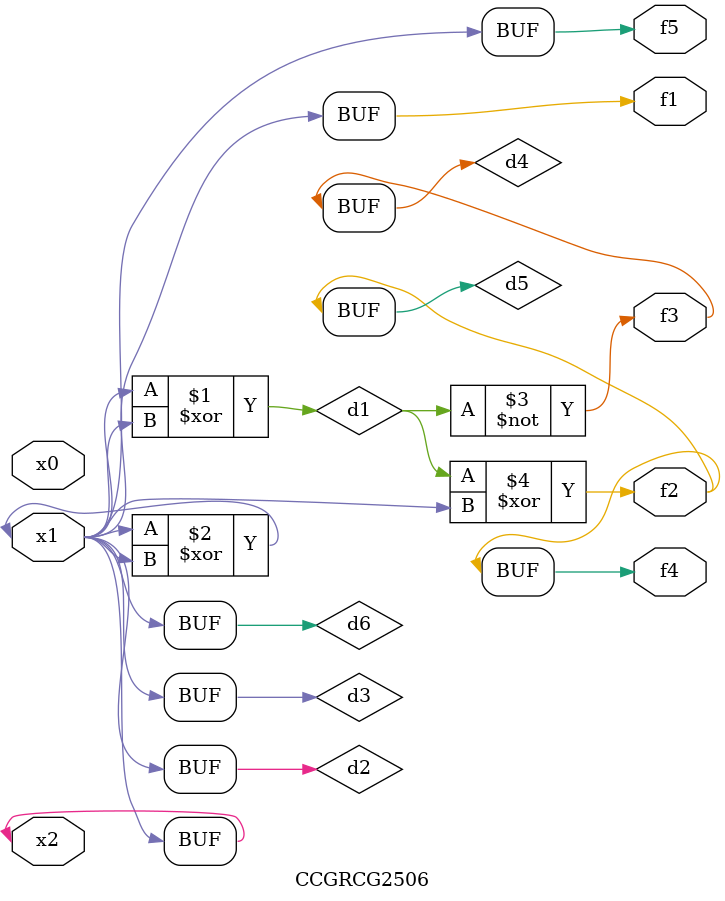
<source format=v>
module CCGRCG2506(
	input x0, x1, x2,
	output f1, f2, f3, f4, f5
);

	wire d1, d2, d3, d4, d5, d6;

	xor (d1, x1, x2);
	buf (d2, x1, x2);
	xor (d3, x1, x2);
	nor (d4, d1);
	xor (d5, d1, d2);
	buf (d6, d2, d3);
	assign f1 = d6;
	assign f2 = d5;
	assign f3 = d4;
	assign f4 = d5;
	assign f5 = d6;
endmodule

</source>
